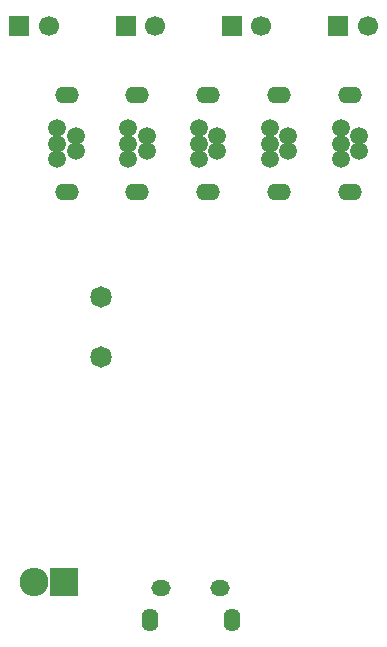
<source format=gbs>
G04 #@! TF.FileFunction,Soldermask,Bot*
%FSLAX46Y46*%
G04 Gerber Fmt 4.6, Leading zero omitted, Abs format (unit mm)*
G04 Created by KiCad (PCBNEW 4.0.4+dfsg1-stable) date Sun Aug 27 23:53:47 2017*
%MOMM*%
%LPD*%
G01*
G04 APERTURE LIST*
%ADD10C,0.100000*%
%ADD11C,1.500000*%
%ADD12O,2.000000X1.400000*%
%ADD13R,2.432000X2.432000*%
%ADD14O,2.432000X2.432000*%
%ADD15C,1.700000*%
%ADD16R,1.700000X1.700000*%
%ADD17O,1.650000X1.350000*%
%ADD18O,1.400000X1.950000*%
%ADD19C,1.822400*%
G04 APERTURE END LIST*
D10*
D11*
X117225000Y-100000000D03*
X118775000Y-100650000D03*
X117225000Y-101300000D03*
X118775000Y-99350000D03*
X117225000Y-98700000D03*
D12*
X118000000Y-95900000D03*
X118000000Y-104100000D03*
D13*
X99800000Y-137100000D03*
D14*
X97260000Y-137100000D03*
D11*
X105225000Y-100000000D03*
X106775000Y-100650000D03*
X105225000Y-101300000D03*
X106775000Y-99350000D03*
X105225000Y-98700000D03*
D12*
X106000000Y-95900000D03*
X106000000Y-104100000D03*
D11*
X99225000Y-100000000D03*
X100775000Y-100650000D03*
X99225000Y-101300000D03*
X100775000Y-99350000D03*
X99225000Y-98700000D03*
D12*
X100000000Y-95900000D03*
X100000000Y-104100000D03*
D11*
X111225000Y-100000000D03*
X112775000Y-100650000D03*
X111225000Y-101300000D03*
X112775000Y-99350000D03*
X111225000Y-98700000D03*
D12*
X112000000Y-95900000D03*
X112000000Y-104100000D03*
D11*
X123225000Y-100000000D03*
X124775000Y-100650000D03*
X123225000Y-101300000D03*
X124775000Y-99350000D03*
X123225000Y-98700000D03*
D12*
X124000000Y-95900000D03*
X124000000Y-104100000D03*
D15*
X125500000Y-90000000D03*
D16*
X123000000Y-90000000D03*
D15*
X98500000Y-90000000D03*
D16*
X96000000Y-90000000D03*
D15*
X107500000Y-90000000D03*
D16*
X105000000Y-90000000D03*
D15*
X116500000Y-90000000D03*
D16*
X114000000Y-90000000D03*
D17*
X108029100Y-137637460D03*
X113029100Y-137637460D03*
D18*
X107029100Y-140337460D03*
X114029100Y-140337460D03*
D19*
X102930960Y-113014760D03*
X102930960Y-118094760D03*
M02*

</source>
